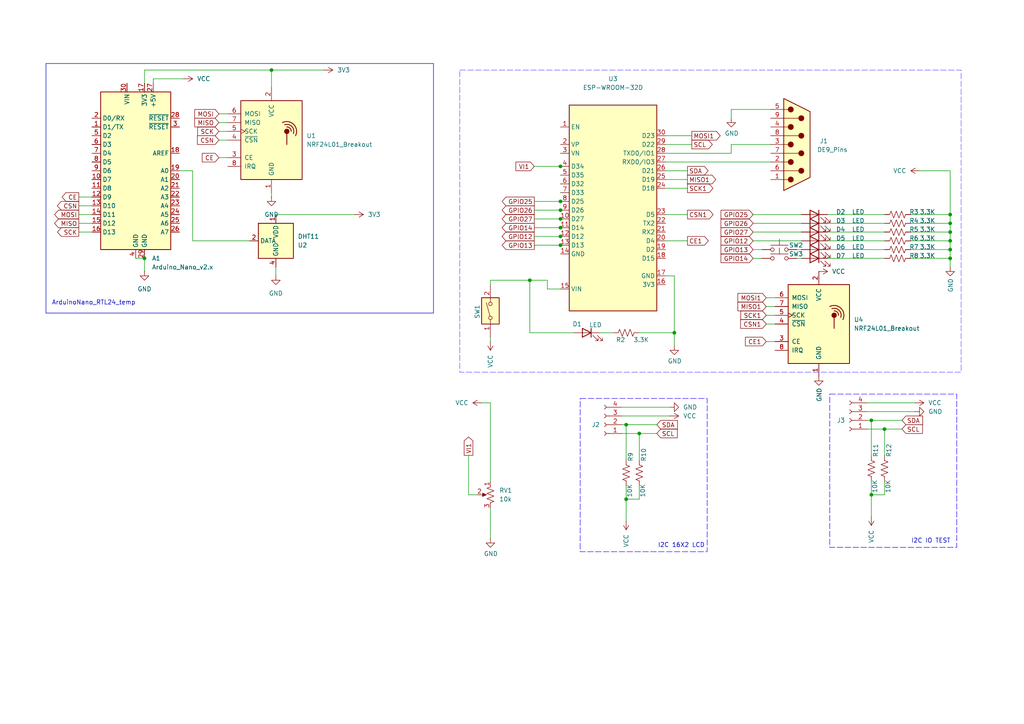
<source format=kicad_sch>
(kicad_sch (version 20250114) (generator "eeschema") (generator_version "9.0")
  (paper "A4")
  (lib_symbols
    (symbol "Add_new:ESP-WROOM-32D"
      (property "Reference" "U3" (at 0 3.81 0))
      (property "Value" "ESP-WROOM-32D" (at 0 1.27 0))
      (property "Footprint" "Add_New:ESP-WROOM-32D" (at 0 -1.27 0))
      (symbol "ESP-WROOM-32D_1_1"
        (rectangle (start -12.7 -3.81) (end 12.7 -63.5) (stroke (width 0.254)) (fill (type background)))
        (pin power_in line (at -15.24 -10.16 0) (length 2.54) (name "EN") (number "1"))
        (pin input line (at -15.24 -15.24 0) (length 2.54) (name "VP") (number "2"))
        (pin input line (at -15.24 -17.78 0) (length 2.54) (name "VN") (number "3"))
        (pin input line (at -15.24 -21.59 0) (length 2.54) (name "D34") (number "4"))
        (pin input line (at -15.24 -24.13 0) (length 2.54) (name "D35") (number "5"))
        (pin input line (at -15.24 -26.67 0) (length 2.54) (name "D32") (number "6"))
        (pin input line (at -15.24 -29.21 0) (length 2.54) (name "D33") (number "7"))
        (pin bidirectional line (at -15.24 -31.75 0) (length 2.54) (name "D25") (number "8"))
        (pin bidirectional line (at -15.24 -34.29 0) (length 2.54) (name "D26") (number "9"))
        (pin bidirectional line (at -15.24 -36.83 0) (length 2.54) (name "D27") (number "10"))
        (pin bidirectional line (at -15.24 -39.37 0) (length 2.54) (name "D14") (number "11"))
        (pin bidirectional line (at -15.24 -41.91 0) (length 2.54) (name "D12") (number "12"))
        (pin bidirectional line (at -15.24 -44.45 0) (length 2.54) (name "D13") (number "13"))
        (pin bidirectional line (at -15.24 -46.99 0) (length 2.54) (name "GND") (number "14"))
        (pin power_in line (at -15.24 -57.15 0) (length 2.54) (name "VIN") (number "15"))
        (pin bidirectional line (at 15.24 -12.7 180) (length 2.54) (name "D23") (number "30"))
        (pin bidirectional line (at 15.24 -15.24 180) (length 2.54) (name "D22") (number "29"))
        (pin bidirectional line (at 15.24 -17.78 180) (length 2.54) (name "TXD0/IO1") (number "28"))
        (pin bidirectional line (at 15.24 -20.32 180) (length 2.54) (name "RXD0/IO3") (number "27"))
        (pin bidirectional line (at 15.24 -22.86 180) (length 2.54) (name "D21") (number "26"))
        (pin bidirectional line (at 15.24 -25.4 180) (length 2.54) (name "D19") (number "25"))
        (pin bidirectional line (at 15.24 -27.94 180) (length 2.54) (name "D18") (number "24"))
        (pin bidirectional line (at 15.24 -35.56 180) (length 2.54) (name "D5") (number "23"))
        (pin bidirectional line (at 15.24 -38.1 180) (length 2.54) (name "TX2") (number "22"))
        (pin bidirectional line (at 15.24 -40.64 180) (length 2.54) (name "RX2") (number "21"))
        (pin bidirectional line (at 15.24 -43.18 180) (length 2.54) (name "D4") (number "20"))
        (pin bidirectional line (at 15.24 -45.72 180) (length 2.54) (name "D2") (number "19"))
        (pin bidirectional line (at 15.24 -48.26 180) (length 2.54) (name "D15") (number "18"))
        (pin power_in line (at 15.24 -53.34 180) (length 2.54) (name "GND") (number "17"))
        (pin power_in line (at 15.24 -55.88 180) (length 2.54) (name "3V3") (number "16"))
      )
    )
    (symbol "Connector:Conn_01x04_Socket" (pin_names (offset 1.016) (hide yes))
      (property "Reference" "J" (at 0 5.08 0))
      (property "Value" "Conn_01x04_Socket" (at 0 -7.62 0))
      (symbol "Conn_01x04_Socket_1_1"
        (polyline (pts (xy -1.27 2.54) (xy -0.508 2.54)) (stroke (width 0.1524)))
        (polyline (pts (xy -1.27 0) (xy -0.508 0)) (stroke (width 0.1524)))
        (polyline (pts (xy -1.27 -2.54) (xy -0.508 -2.54)) (stroke (width 0.1524)))
        (polyline (pts (xy -1.27 -5.08) (xy -0.508 -5.08)) (stroke (width 0.1524)))
        (arc (start 0 2.032) (mid -0.5058 2.54) (end 0 3.048) (stroke (width 0.1524)))
        (arc (start 0 -0.508) (mid -0.5058 0) (end 0 0.508) (stroke (width 0.1524)))
        (arc (start 0 -3.048) (mid -0.5058 -2.54) (end 0 -2.032) (stroke (width 0.1524)))
        (arc (start 0 -5.588) (mid -0.5058 -5.08) (end 0 -4.572) (stroke (width 0.1524)))
        (pin passive line (at -5.08 2.54 0) (length 3.81) (name "Pin_1") (number "1"))
        (pin passive line (at -5.08 0 0) (length 3.81) (name "Pin_2") (number "2"))
        (pin passive line (at -5.08 -2.54 0) (length 3.81) (name "Pin_3") (number "3"))
        (pin passive line (at -5.08 -5.08 0) (length 3.81) (name "Pin_4") (number "4"))
      )
    )
    (symbol "Connector:DE9_Pins" (pin_names (offset 1.016) (hide yes))
      (property "Reference" "J" (at 0 13.97 0))
      (property "Value" "DE9_Pins" (at 0 -14.605 0))
      (symbol "DE9_Pins_0_1"
        (polyline (pts (xy -3.81 10.16) (xy -2.54 10.16)))
        (polyline (pts (xy -3.81 7.62) (xy 0.508 7.62)))
        (polyline (pts (xy -3.81 5.08) (xy -2.54 5.08)))
        (polyline (pts (xy -3.81 2.54) (xy 0.508 2.54)))
        (polyline (pts (xy -3.81 0) (xy -2.54 0)))
        (polyline (pts (xy -3.81 -2.54) (xy 0.508 -2.54)))
        (polyline (pts (xy -3.81 -5.08) (xy -2.54 -5.08)))
        (polyline (pts (xy -3.81 -7.62) (xy 0.508 -7.62)))
        (polyline (pts (xy -3.81 -10.16) (xy -2.54 -10.16)))
        (polyline (pts (xy -3.81 -13.335) (xy -3.81 13.335) (xy 3.81 9.525) (xy 3.81 -9.525) (xy -3.81 -13.335)) (stroke (width 0.254)) (fill (type background)))
        (circle (center -1.778 10.16) (radius 0.762) (fill (type outline)))
        (circle (center -1.778 5.08) (radius 0.762) (fill (type outline)))
        (circle (center -1.778 0) (radius 0.762) (fill (type outline)))
        (circle (center -1.778 -5.08) (radius 0.762) (fill (type outline)))
        (circle (center -1.778 -10.16) (radius 0.762) (fill (type outline)))
        (circle (center 1.27 7.62) (radius 0.762) (fill (type outline)))
        (circle (center 1.27 2.54) (radius 0.762) (fill (type outline)))
        (circle (center 1.27 -2.54) (radius 0.762) (fill (type outline)))
        (circle (center 1.27 -7.62) (radius 0.762) (fill (type outline)))
      )
      (symbol "DE9_Pins_1_1"
        (pin passive line (at -7.62 10.16 0) (length 3.81) (name "5") (number "5"))
        (pin passive line (at -7.62 7.62 0) (length 3.81) (name "9") (number "9"))
        (pin passive line (at -7.62 5.08 0) (length 3.81) (name "4") (number "4"))
        (pin passive line (at -7.62 2.54 0) (length 3.81) (name "8") (number "8"))
        (pin passive line (at -7.62 0 0) (length 3.81) (name "3") (number "3"))
        (pin passive line (at -7.62 -2.54 0) (length 3.81) (name "7") (number "7"))
        (pin passive line (at -7.62 -5.08 0) (length 3.81) (name "2") (number "2"))
        (pin passive line (at -7.62 -7.62 0) (length 3.81) (name "6") (number "6"))
        (pin passive line (at -7.62 -10.16 0) (length 3.81) (name "1") (number "1"))
      )
    )
    (symbol "Device:LED" (pin_numbers (hide yes)) (pin_names (offset 1.016) (hide yes))
      (property "Reference" "D" (at 0 2.54 0))
      (property "Value" "LED" (at 0 -2.54 0))
      (symbol "LED_0_1"
        (polyline (pts (xy -3.048 -0.762) (xy -4.572 -2.286) (xy -3.81 -2.286) (xy -4.572 -2.286) (xy -4.572 -1.524)))
        (polyline (pts (xy -1.778 -0.762) (xy -3.302 -2.286) (xy -2.54 -2.286) (xy -3.302 -2.286) (xy -3.302 -1.524)))
        (polyline (pts (xy -1.27 0) (xy 1.27 0)))
        (polyline (pts (xy -1.27 -1.27) (xy -1.27 1.27)) (stroke (width 0.254)))
        (polyline (pts (xy 1.27 -1.27) (xy 1.27 1.27) (xy -1.27 0) (xy 1.27 -1.27)) (stroke (width 0.254)))
      )
      (symbol "LED_1_1"
        (pin passive line (at -3.81 0 0) (length 2.54) (name "K") (number "1"))
        (pin passive line (at 3.81 0 180) (length 2.54) (name "A") (number "2"))
      )
    )
    (symbol "Device:R_Potentiometer_US" (pin_names (offset 1.016) (hide yes))
      (property "Reference" "RV" (at -4.445 0 90))
      (property "Value" "R_Potentiometer_US" (at -2.54 0 90))
      (symbol "R_Potentiometer_US_0_1"
        (polyline (pts (xy 0 2.54) (xy 0 2.286)))
        (polyline (pts (xy 0 2.286) (xy 1.016 1.905) (xy 0 1.524) (xy -1.016 1.143) (xy 0 0.762)))
        (polyline (pts (xy 0 0.762) (xy 1.016 0.381) (xy 0 0) (xy -1.016 -0.381) (xy 0 -0.762)))
        (polyline (pts (xy 0 -0.762) (xy 1.016 -1.143) (xy 0 -1.524) (xy -1.016 -1.905) (xy 0 -2.286)))
        (polyline (pts (xy 0 -2.286) (xy 0 -2.54)))
        (polyline (pts (xy 1.143 0) (xy 2.286 0.508) (xy 2.286 -0.508) (xy 1.143 0)) (fill (type outline)))
        (polyline (pts (xy 2.54 0) (xy 1.524 0)))
      )
      (symbol "R_Potentiometer_US_1_1"
        (pin passive line (at 0 3.81 270) (length 1.27) (name "1") (number "1"))
        (pin passive line (at 0 -3.81 90) (length 1.27) (name "3") (number "3"))
        (pin passive line (at 3.81 0 180) (length 1.27) (name "2") (number "2"))
      )
    )
    (symbol "Device:R_US" (pin_numbers (hide yes)) (pin_names (offset 0))
      (property "Reference" "R" (at 2.54 0 90))
      (property "Value" "R_US" (at -2.54 0 90))
      (symbol "R_US_0_1"
        (polyline (pts (xy 0 2.286) (xy 0 2.54)))
        (polyline (pts (xy 0 2.286) (xy 1.016 1.905) (xy 0 1.524) (xy -1.016 1.143) (xy 0 0.762)))
        (polyline (pts (xy 0 0.762) (xy 1.016 0.381) (xy 0 0) (xy -1.016 -0.381) (xy 0 -0.762)))
        (polyline (pts (xy 0 -0.762) (xy 1.016 -1.143) (xy 0 -1.524) (xy -1.016 -1.905) (xy 0 -2.286)))
        (polyline (pts (xy 0 -2.286) (xy 0 -2.54)))
      )
      (symbol "R_US_1_1"
        (pin passive line (at 0 3.81 270) (length 1.27) (name "~") (number "1"))
        (pin passive line (at 0 -3.81 90) (length 1.27) (name "~") (number "2"))
      )
    )
    (symbol "MCU_Module:Arduino_Nano_v2.x"
      (property "Reference" "A" (at -10.16 23.495 0))
      (property "Value" "Arduino_Nano_v2.x" (at 5.08 -24.13 0))
      (symbol "Arduino_Nano_v2.x_0_1"
        (rectangle (start -10.16 22.86) (end 10.16 -22.86) (stroke (width 0.254)) (fill (type background)))
      )
      (symbol "Arduino_Nano_v2.x_1_1"
        (pin bidirectional line (at -12.7 15.24 0) (length 2.54) (name "D0/RX") (number "2"))
        (pin bidirectional line (at -12.7 12.7 0) (length 2.54) (name "D1/TX") (number "1"))
        (pin bidirectional line (at -12.7 10.16 0) (length 2.54) (name "D2") (number "5"))
        (pin bidirectional line (at -12.7 7.62 0) (length 2.54) (name "D3") (number "6"))
        (pin bidirectional line (at -12.7 5.08 0) (length 2.54) (name "D4") (number "7"))
        (pin bidirectional line (at -12.7 2.54 0) (length 2.54) (name "D5") (number "8"))
        (pin bidirectional line (at -12.7 0 0) (length 2.54) (name "D6") (number "9"))
        (pin bidirectional line (at -12.7 -2.54 0) (length 2.54) (name "D7") (number "10"))
        (pin bidirectional line (at -12.7 -5.08 0) (length 2.54) (name "D8") (number "11"))
        (pin bidirectional line (at -12.7 -7.62 0) (length 2.54) (name "D9") (number "12"))
        (pin bidirectional line (at -12.7 -10.16 0) (length 2.54) (name "D10") (number "13"))
        (pin bidirectional line (at -12.7 -12.7 0) (length 2.54) (name "D11") (number "14"))
        (pin bidirectional line (at -12.7 -15.24 0) (length 2.54) (name "D12") (number "15"))
        (pin bidirectional line (at -12.7 -17.78 0) (length 2.54) (name "D13") (number "16"))
        (pin power_in line (at -2.54 25.4 270) (length 2.54) (name "VIN") (number "30"))
        (pin power_in line (at 0 -25.4 90) (length 2.54) (name "GND") (number "4"))
        (pin power_out line (at 2.54 25.4 270) (length 2.54) (name "3V3") (number "17"))
        (pin power_in line (at 2.54 -25.4 90) (length 2.54) (name "GND") (number "29"))
        (pin power_out line (at 5.08 25.4 270) (length 2.54) (name "+5V") (number "27"))
        (pin input line (at 12.7 15.24 180) (length 2.54) (name "~{RESET}") (number "28"))
        (pin input line (at 12.7 12.7 180) (length 2.54) (name "~{RESET}") (number "3"))
        (pin input line (at 12.7 5.08 180) (length 2.54) (name "AREF") (number "18"))
        (pin bidirectional line (at 12.7 0 180) (length 2.54) (name "A0") (number "19"))
        (pin bidirectional line (at 12.7 -2.54 180) (length 2.54) (name "A1") (number "20"))
        (pin bidirectional line (at 12.7 -5.08 180) (length 2.54) (name "A2") (number "21"))
        (pin bidirectional line (at 12.7 -7.62 180) (length 2.54) (name "A3") (number "22"))
        (pin bidirectional line (at 12.7 -10.16 180) (length 2.54) (name "A4") (number "23"))
        (pin bidirectional line (at 12.7 -12.7 180) (length 2.54) (name "A5") (number "24"))
        (pin bidirectional line (at 12.7 -15.24 180) (length 2.54) (name "A6") (number "25"))
        (pin bidirectional line (at 12.7 -17.78 180) (length 2.54) (name "A7") (number "26"))
      )
    )
    (symbol "RF:NRF24L01_Breakout" (pin_names (offset 1.016))
      (property "Reference" "U" (at -8.89 12.7 0))
      (property "Value" "NRF24L01_Breakout" (at 3.81 12.7 0))
      (symbol "NRF24L01_Breakout_0_1"
        (rectangle (start -8.89 11.43) (end 8.89 -11.43) (stroke (width 0.254)) (fill (type background)))
        (arc (start 3.175 5.08) (mid 6.453 4.548) (end 6.985 1.27) (stroke (width 0.254)))
        (circle (center 4.445 2.54) (radius 0.635) (stroke (width 0.254)) (fill (type outline)))
        (polyline (pts (xy 4.445 1.905) (xy 4.445 -1.27)) (stroke (width 0.254)))
        (arc (start 3.81 4.445) (mid 5.8835 3.9785) (end 6.35 1.905) (stroke (width 0.254)))
        (arc (start 4.445 3.81) (mid 5.3558 3.4508) (end 5.715 2.54) (stroke (width 0.254)))
      )
      (symbol "NRF24L01_Breakout_1_1"
        (pin input line (at -12.7 7.62 0) (length 3.81) (name "MOSI") (number "6"))
        (pin output line (at -12.7 5.08 0) (length 3.81) (name "MISO") (number "7"))
        (pin input clock (at -12.7 2.54 0) (length 3.81) (name "SCK") (number "5"))
        (pin input line (at -12.7 0 0) (length 3.81) (name "~{CSN}") (number "4"))
        (pin input line (at -12.7 -5.08 0) (length 3.81) (name "CE") (number "3"))
        (pin output line (at -12.7 -7.62 0) (length 3.81) (name "IRQ") (number "8"))
        (pin power_in line (at 0 15.24 270) (length 3.81) (name "VCC") (number "2"))
        (pin power_in line (at 0 -15.24 90) (length 3.81) (name "GND") (number "1"))
      )
    )
    (symbol "Sensor:DHT11"
      (property "Reference" "U" (at -3.81 6.35 0))
      (property "Value" "DHT11" (at 3.81 6.35 0))
      (symbol "DHT11_0_1"
        (rectangle (start -5.08 5.08) (end 5.08 -5.08) (stroke (width 0.254)) (fill (type background)))
      )
      (symbol "DHT11_1_1"
        (pin no_connect line (at -5.08 0 0) (length 2.54) (hide yes) (name "NC") (number "3"))
        (pin power_in line (at 0 7.62 270) (length 2.54) (name "VDD") (number "1"))
        (pin power_in line (at 0 -7.62 90) (length 2.54) (name "GND") (number "4"))
        (pin bidirectional line (at 7.62 0 180) (length 2.54) (name "DATA") (number "2"))
      )
    )
    (symbol "Switch:SW_DIP_x01" (pin_names (offset 0) (hide yes))
      (property "Reference" "SW" (at 0 3.81 0))
      (property "Value" "SW_DIP_x01" (at 0 -3.81 0))
      (symbol "SW_DIP_x01_0_0"
        (circle (center -2.032 0) (radius 0.508))
        (polyline (pts (xy -1.524 0.127) (xy 2.3622 1.1684)))
        (circle (center 2.032 0) (radius 0.508))
      )
      (symbol "SW_DIP_x01_0_1"
        (rectangle (start -3.81 2.54) (end 3.81 -2.54) (stroke (width 0.254)) (fill (type background)))
      )
      (symbol "SW_DIP_x01_1_1"
        (pin passive line (at -7.62 0 0) (length 5.08) (name "~") (number "1"))
        (pin passive line (at 7.62 0 180) (length 5.08) (name "~") (number "2"))
      )
    )
    (symbol "Switch:SW_Push" (pin_numbers (hide yes)) (pin_names (offset 1.016) (hide yes))
      (property "Reference" "SW" (at 1.27 2.54 0))
      (property "Value" "SW_Push" (at 0 -1.524 0))
      (symbol "SW_Push_0_1"
        (circle (center -2.032 0) (radius 0.508))
        (polyline (pts (xy 0 1.27) (xy 0 3.048)))
        (circle (center 2.032 0) (radius 0.508))
        (polyline (pts (xy 2.54 1.27) (xy -2.54 1.27)))
        (pin passive line (at -5.08 0 0) (length 2.54) (name "1") (number "1"))
        (pin passive line (at 5.08 0 180) (length 2.54) (name "2") (number "2"))
      )
    )
    (symbol "power:GND" (power) (pin_numbers (hide yes)) (pin_names (offset 0) (hide yes))
      (property "Value" "GND" (at 0 -3.81 0))
      (symbol "GND_0_1"
        (polyline (pts (xy 0 0) (xy 0 -1.27) (xy 1.27 -1.27) (xy 0 -2.54) (xy -1.27 -1.27) (xy 0 -1.27)))
      )
      (symbol "GND_1_1"
        (pin power_in line (at 0 0 270) (length 0) (name "~") (number "1"))
      )
    )
    (symbol "power:VCC" (power) (pin_numbers (hide yes)) (pin_names (offset 0) (hide yes))
      (property "Value" "VCC" (at 0 3.556 0))
      (symbol "VCC_0_1"
        (polyline (pts (xy -0.762 1.27) (xy 0 2.54)))
        (polyline (pts (xy 0 2.54) (xy 0.762 1.27)))
        (polyline (pts (xy 0 0) (xy 0 2.54)))
      )
      (symbol "VCC_1_1"
        (pin power_in line (at 0 0 90) (length 0) (name "~") (number "1"))
      )
    )
  )
  (rectangle (start 240.665 114.3) (end 277.495 158.75) (stroke (width 0) (type dash) (color 50 9 255 1)))
  (rectangle (start 133.35 20.32) (end 278.765 107.95) (stroke (width 0) (type dash) (color 99 93 255 1)))
  (rectangle (start 168.275 115.57) (end 205.105 160.02) (stroke (width 0) (type dash) (color 50 9 255 1)))
  (rectangle (start 13.335 18.415) (end 125.73 90.805))
  (text "I2C IO TEST" (at 270.002 156.972 0) (effects (font (size 1.27 1.27))))
  (text "I2C 16X2 LCD" (at 197.612 158.242 0) (effects (font (size 1.27 1.27))))
  (text "ArduinoNano_RTL24_temp" (at 27.178 87.884 0) (effects (font (size 1.27 1.27))))
  (junction (at 185.42 125.73))
  (junction (at 256.54 124.46))
  (junction (at 162.56 66.04))
  (junction (at 252.73 121.92))
  (junction (at 275.59 72.39))
  (junction (at 78.74 20.32))
  (junction (at 162.56 60.96))
  (junction (at 162.56 48.26))
  (junction (at 275.59 74.93))
  (junction (at 162.56 63.5))
  (junction (at 181.61 144.78))
  (junction (at 181.61 123.19))
  (junction (at 195.58 96.52))
  (junction (at 252.73 143.51))
  (junction (at 153.67 81.28))
  (junction (at 275.59 67.31))
  (junction (at 275.59 62.23))
  (junction (at 162.56 71.12))
  (junction (at 41.91 74.93))
  (junction (at 162.56 68.58))
  (junction (at 162.56 58.42))
  (junction (at 275.59 64.77))
  (junction (at 275.59 69.85))
  (wire (pts (xy 162.56 68.58) (xy 162.5849 68.58)))
  (wire (pts (xy 162.5849 63.5) (xy 162.56 63.5)))
  (wire (pts (xy 275.59 62.23) (xy 275.59 64.77)))
  (wire (pts (xy 53.34 22.86) (xy 44.45 22.86)))
  (wire (pts (xy 22.86 59.69) (xy 26.67 59.69)))
  (wire (pts (xy 158.75 83.82) (xy 162.56 83.82)))
  (wire (pts (xy 252.73 121.92) (xy 261.62 121.92)))
  (wire (pts (xy 181.61 144.78) (xy 181.61 151.13)))
  (wire (pts (xy 138.43 143.51) (xy 135.89 143.51)))
  (wire (pts (xy 185.42 140.97) (xy 185.42 144.78)))
  (wire (pts (xy 275.59 49.53) (xy 266.7 49.53)))
  (wire (pts (xy 218.44 62.23) (xy 232.41 62.23)))
  (wire (pts (xy 52.07 49.53) (xy 55.88 49.53)))
  (wire (pts (xy 275.59 74.93) (xy 275.59 77.47)))
  (wire (pts (xy 222.25 99.06) (xy 224.79 99.06)))
  (wire (pts (xy 193.04 52.07) (xy 199.39 52.07)))
  (wire (pts (xy 275.59 72.39) (xy 275.59 74.93)))
  (wire (pts (xy 153.67 81.28) (xy 158.75 81.28)))
  (wire (pts (xy 181.61 123.19) (xy 190.5 123.19)))
  (wire (pts (xy 55.88 69.85) (xy 72.39 69.85)))
  (wire (pts (xy 222.25 93.98) (xy 224.79 93.98)))
  (wire (pts (xy 193.04 44.45) (xy 212.09 44.45)))
  (wire (pts (xy 166.37 96.52) (xy 153.67 96.52)))
  (wire (pts (xy 240.03 64.77) (xy 256.54 64.77)))
  (wire (pts (xy 180.34 125.73) (xy 185.42 125.73)))
  (wire (pts (xy 212.09 41.91) (xy 223.52 41.91)))
  (wire (pts (xy 142.24 82.55) (xy 142.24 81.28)))
  (wire (pts (xy 162.5849 58.42) (xy 162.56 58.42)))
  (wire (pts (xy 193.04 69.85) (xy 199.39 69.85)))
  (wire (pts (xy 256.54 124.46) (xy 261.62 124.46)))
  (wire (pts (xy 55.88 49.53) (xy 55.88 69.85)))
  (wire (pts (xy 240.03 72.39) (xy 256.54 72.39)))
  (wire (pts (xy 195.58 80.01) (xy 195.58 96.52)))
  (wire (pts (xy 162.5849 55.88) (xy 162.56 55.88)))
  (wire (pts (xy 142.24 116.84) (xy 139.7 116.84)))
  (wire (pts (xy 193.04 54.61) (xy 199.39 54.61)))
  (wire (pts (xy 22.86 57.15) (xy 26.67 57.15)))
  (wire (pts (xy 240.03 62.23) (xy 256.54 62.23)))
  (wire (pts (xy 256.54 124.46) (xy 256.54 132.08)))
  (wire (pts (xy 162.5849 53.34) (xy 162.56 53.34)))
  (wire (pts (xy 240.03 69.85) (xy 256.54 69.85)))
  (wire (pts (xy 218.44 64.77) (xy 232.41 64.77)))
  (wire (pts (xy 218.44 72.39) (xy 220.98 72.39)))
  (wire (pts (xy 185.42 96.52) (xy 195.58 96.52)))
  (wire (pts (xy 240.03 67.31) (xy 256.54 67.31)))
  (wire (pts (xy 135.89 143.51) (xy 135.89 132.08)))
  (wire (pts (xy 264.16 67.31) (xy 275.59 67.31)))
  (wire (pts (xy 212.09 31.75) (xy 212.09 34.29)))
  (wire (pts (xy 162.56 60.96) (xy 162.5849 60.96)))
  (wire (pts (xy 41.91 24.13) (xy 41.91 20.32)))
  (wire (pts (xy 142.24 99.06) (xy 142.24 97.79)))
  (wire (pts (xy 63.5 35.56) (xy 66.04 35.56)))
  (wire (pts (xy 251.46 124.46) (xy 256.54 124.46)))
  (wire (pts (xy 158.75 81.28) (xy 158.75 83.82)))
  (wire (pts (xy 154.9649 60.96) (xy 162.56 60.96)))
  (wire (pts (xy 264.16 72.39) (xy 275.59 72.39)))
  (wire (pts (xy 193.04 62.23) (xy 199.39 62.23)))
  (wire (pts (xy 251.46 121.92) (xy 252.73 121.92)))
  (wire (pts (xy 41.91 20.32) (xy 78.74 20.32)))
  (wire (pts (xy 173.99 96.52) (xy 177.8 96.52)))
  (wire (pts (xy 185.42 125.73) (xy 190.5 125.73)))
  (wire (pts (xy 275.59 49.53) (xy 275.59 62.23)))
  (wire (pts (xy 264.16 62.23) (xy 275.59 62.23)))
  (wire (pts (xy 180.34 118.11) (xy 194.31 118.11)))
  (wire (pts (xy 63.5 38.1) (xy 66.04 38.1)))
  (wire (pts (xy 180.34 123.19) (xy 181.61 123.19)))
  (wire (pts (xy 264.16 74.93) (xy 275.59 74.93)))
  (wire (pts (xy 63.5 40.64) (xy 66.04 40.64)))
  (wire (pts (xy 162.56 66.04) (xy 162.5849 66.04)))
  (wire (pts (xy 22.86 62.23) (xy 26.67 62.23)))
  (wire (pts (xy 153.67 96.52) (xy 153.67 81.28)))
  (wire (pts (xy 195.58 96.52) (xy 195.58 100.33)))
  (wire (pts (xy 275.59 64.77) (xy 275.59 67.31)))
  (wire (pts (xy 78.74 55.88) (xy 78.74 57.15)))
  (wire (pts (xy 275.59 69.85) (xy 275.59 72.39)))
  (wire (pts (xy 78.74 20.32) (xy 78.74 25.4)))
  (wire (pts (xy 218.44 67.31) (xy 232.41 67.31)))
  (wire (pts (xy 222.25 86.36) (xy 224.79 86.36)))
  (wire (pts (xy 251.46 119.38) (xy 265.43 119.38)))
  (wire (pts (xy 256.54 139.7) (xy 256.54 143.51)))
  (wire (pts (xy 275.59 67.31) (xy 275.59 69.85)))
  (wire (pts (xy 41.91 74.93) (xy 41.91 78.74)))
  (wire (pts (xy 22.86 67.31) (xy 26.67 67.31)))
  (wire (pts (xy 193.04 49.53) (xy 199.39 49.53)))
  (wire (pts (xy 193.04 41.91) (xy 200.66 41.91)))
  (wire (pts (xy 193.04 46.99) (xy 223.52 46.99)))
  (wire (pts (xy 162.5849 50.8) (xy 162.56 50.8)))
  (wire (pts (xy 193.04 39.37) (xy 200.66 39.37)))
  (wire (pts (xy 162.5849 48.26) (xy 162.56 48.26)))
  (wire (pts (xy 142.24 116.84) (xy 142.24 139.7)))
  (wire (pts (xy 180.34 120.65) (xy 194.31 120.65)))
  (wire (pts (xy 218.44 69.85) (xy 232.41 69.85)))
  (wire (pts (xy 193.04 80.01) (xy 195.58 80.01)))
  (wire (pts (xy 39.37 74.93) (xy 41.91 74.93)))
  (wire (pts (xy 212.09 41.91) (xy 212.09 44.45)))
  (wire (pts (xy 231.14 74.93) (xy 232.41 74.93)))
  (wire (pts (xy 212.09 31.75) (xy 223.52 31.75)))
  (wire (pts (xy 22.86 64.77) (xy 26.67 64.77)))
  (wire (pts (xy 218.44 74.93) (xy 220.98 74.93)))
  (wire (pts (xy 181.61 140.97) (xy 181.61 144.78)))
  (wire (pts (xy 154.9649 71.12) (xy 162.56 71.12)))
  (wire (pts (xy 78.74 20.32) (xy 93.98 20.32)))
  (wire (pts (xy 63.5 45.72) (xy 66.04 45.72)))
  (wire (pts (xy 240.03 74.93) (xy 256.54 74.93)))
  (wire (pts (xy 80.01 62.23) (xy 102.87 62.23)))
  (wire (pts (xy 264.16 69.85) (xy 275.59 69.85)))
  (wire (pts (xy 154.9649 66.04) (xy 162.56 66.04)))
  (wire (pts (xy 80.01 77.47) (xy 80.01 80.01)))
  (wire (pts (xy 162.56 48.26) (xy 154.9649 48.26)))
  (wire (pts (xy 256.54 143.51) (xy 252.73 143.51)))
  (wire (pts (xy 162.56 58.42) (xy 154.9649 58.42)))
  (wire (pts (xy 252.73 121.92) (xy 252.73 132.08)))
  (wire (pts (xy 222.25 91.44) (xy 224.79 91.44)))
  (wire (pts (xy 264.16 64.77) (xy 275.59 64.77)))
  (wire (pts (xy 252.73 139.7) (xy 252.73 143.51)))
  (wire (pts (xy 251.46 116.84) (xy 265.43 116.84)))
  (wire (pts (xy 142.24 81.28) (xy 153.67 81.28)))
  (wire (pts (xy 185.42 125.73) (xy 185.42 133.35)))
  (wire (pts (xy 222.25 88.9) (xy 224.79 88.9)))
  (wire (pts (xy 181.61 123.19) (xy 181.61 133.35)))
  (wire (pts (xy 252.73 143.51) (xy 252.73 149.86)))
  (wire (pts (xy 231.14 72.39) (xy 232.41 72.39)))
  (wire (pts (xy 185.42 144.78) (xy 181.61 144.78)))
  (wire (pts (xy 154.94 68.58) (xy 162.56 68.58)))
  (wire (pts (xy 44.45 22.86) (xy 44.45 24.13)))
  (wire (pts (xy 63.5 33.02) (xy 66.04 33.02)))
  (wire (pts (xy 162.56 71.12) (xy 162.5849 71.12)))
  (wire (pts (xy 162.56 63.5) (xy 154.9649 63.5)))
  (wire (pts (xy 142.24 147.32) (xy 142.24 156.21)))
  (global_label "MOSI" (shape input) (at 63.5 33.02 180) (property "Intersheetrefs" "${INTERSHEET_REFS}" (effects (hide yes))))
  (global_label "GPIO12" (shape input) (at 218.44 69.85 180) (property "Intersheetrefs" "${INTERSHEET_REFS}" (effects (hide yes))))
  (global_label "VI1" (shape output) (at 135.89 132.08 90) (property "Intersheetrefs" "${INTERSHEET_REFS}" (effects (hide yes))))
  (global_label "MISO" (shape input) (at 63.5 35.56 180) (property "Intersheetrefs" "${INTERSHEET_REFS}" (effects (hide yes))))
  (global_label "SCL" (shape output) (at 200.66 41.91 0) (property "Intersheetrefs" "${INTERSHEET_REFS}" (effects (hide yes))))
  (global_label "GPIO25" (shape output) (at 154.9649 58.42 180) (property "Intersheetrefs" "${INTERSHEET_REFS}" (effects (hide yes))))
  (global_label "GPIO14" (shape output) (at 154.9649 66.04 180) (property "Intersheetrefs" "${INTERSHEET_REFS}" (effects (hide yes))))
  (global_label "CSN1" (shape output) (at 199.39 62.23 0) (property "Intersheetrefs" "${INTERSHEET_REFS}" (effects (hide yes))))
  (global_label "SCK" (shape input) (at 63.5 38.1 180) (property "Intersheetrefs" "${INTERSHEET_REFS}" (effects (hide yes))))
  (global_label "CE" (shape input) (at 63.5 45.72 180) (property "Intersheetrefs" "${INTERSHEET_REFS}" (effects (hide yes))))
  (global_label "GPIO27" (shape output) (at 154.9649 63.5 180) (property "Intersheetrefs" "${INTERSHEET_REFS}" (effects (hide yes))))
  (global_label "SCK1" (shape output) (at 199.39 54.61 0) (property "Intersheetrefs" "${INTERSHEET_REFS}" (effects (hide yes))))
  (global_label "MOSI" (shape output) (at 22.86 62.23 180) (property "Intersheetrefs" "${INTERSHEET_REFS}" (effects (hide yes))))
  (global_label "SCL" (shape input) (at 190.5 125.73 0) (property "Intersheetrefs" "${INTERSHEET_REFS}" (effects (hide yes))))
  (global_label "MISO1" (shape output) (at 199.39 52.07 0) (property "Intersheetrefs" "${INTERSHEET_REFS}" (effects (hide yes))))
  (global_label "CSN" (shape input) (at 63.5 40.64 180) (property "Intersheetrefs" "${INTERSHEET_REFS}" (effects (hide yes))))
  (global_label "CSN" (shape output) (at 22.86 59.69 180) (property "Intersheetrefs" "${INTERSHEET_REFS}" (effects (hide yes))))
  (global_label "GPIO14" (shape input) (at 218.44 74.93 180) (property "Intersheetrefs" "${INTERSHEET_REFS}" (effects (hide yes))))
  (global_label "CE" (shape output) (at 22.86 57.15 180) (property "Intersheetrefs" "${INTERSHEET_REFS}" (effects (hide yes))))
  (global_label "SCL" (shape input) (at 261.62 124.46 0) (property "Intersheetrefs" "${INTERSHEET_REFS}" (effects (hide yes))))
  (global_label "MOSI1" (shape output) (at 200.66 39.37 0) (property "Intersheetrefs" "${INTERSHEET_REFS}" (effects (hide yes))))
  (global_label "GPIO25" (shape input) (at 218.44 62.23 180) (property "Intersheetrefs" "${INTERSHEET_REFS}" (effects (hide yes))))
  (global_label "SDA" (shape output) (at 199.39 49.53 0) (property "Intersheetrefs" "${INTERSHEET_REFS}" (effects (hide yes))))
  (global_label "SDA" (shape input) (at 190.5 123.19 0) (property "Intersheetrefs" "${INTERSHEET_REFS}" (effects (hide yes))))
  (global_label "GPIO12" (shape output) (at 154.94 68.58 180) (property "Intersheetrefs" "${INTERSHEET_REFS}" (effects (hide yes))))
  (global_label "CE1" (shape input) (at 222.25 99.06 180) (property "Intersheetrefs" "${INTERSHEET_REFS}" (effects (hide yes))))
  (global_label "MOSI1" (shape input) (at 222.25 86.36 180) (property "Intersheetrefs" "${INTERSHEET_REFS}" (effects (hide yes))))
  (global_label "SCK" (shape output) (at 22.86 67.31 180) (property "Intersheetrefs" "${INTERSHEET_REFS}" (effects (hide yes))))
  (global_label "VI1" (shape input) (at 154.9649 48.26 180) (property "Intersheetrefs" "${INTERSHEET_REFS}" (effects (hide yes))))
  (global_label "GPIO26" (shape input) (at 218.44 64.77 180) (property "Intersheetrefs" "${INTERSHEET_REFS}" (effects (hide yes))))
  (global_label "MISO" (shape output) (at 22.86 64.77 180) (property "Intersheetrefs" "${INTERSHEET_REFS}" (effects (hide yes))))
  (global_label "SDA" (shape input) (at 261.62 121.92 0) (property "Intersheetrefs" "${INTERSHEET_REFS}" (effects (hide yes))))
  (global_label "CSN1" (shape input) (at 222.25 93.98 180) (property "Intersheetrefs" "${INTERSHEET_REFS}" (effects (hide yes))))
  (global_label "GPIO13" (shape output) (at 154.9649 71.12 180) (property "Intersheetrefs" "${INTERSHEET_REFS}" (effects (hide yes))))
  (global_label "CE1" (shape output) (at 199.39 69.85 0) (property "Intersheetrefs" "${INTERSHEET_REFS}" (effects (hide yes))))
  (global_label "GPIO13" (shape input) (at 218.44 72.39 180) (property "Intersheetrefs" "${INTERSHEET_REFS}" (effects (hide yes))))
  (global_label "SCK1" (shape input) (at 222.25 91.44 180) (property "Intersheetrefs" "${INTERSHEET_REFS}" (effects (hide yes))))
  (global_label "GPIO26" (shape output) (at 154.9649 60.96 180) (property "Intersheetrefs" "${INTERSHEET_REFS}" (effects (hide yes))))
  (global_label "MISO1" (shape input) (at 222.25 88.9 180) (property "Intersheetrefs" "${INTERSHEET_REFS}" (effects (hide yes))))
  (global_label "GPIO27" (shape input) (at 218.44 67.31 180) (property "Intersheetrefs" "${INTERSHEET_REFS}" (effects (hide yes))))
  (symbol (lib_id "power:VCC") (at 266.7 49.53 90) (mirror x) (unit 1)
    (property "Reference" "#PWR033" (effects (hide yes)))
    (property "Value" "VCC" (at 262.89 49.53 90) (effects (justify left)))
  )
  (symbol (lib_id "power:GND") (at 275.59 77.47 0) (unit 1)
    (property "Reference" "#PWR034" (effects (hide yes)))
    (property "Value" "GND" (at 275.717 80.7212 90) (effects (justify right)))
  )
  (symbol (lib_id "Switch:SW_Push") (at 226.06 74.93 0) (unit 1)
    (property "Reference" "SW3" (at 230.886 73.66 0))
    (property "Value" "SW_Push" (effects (hide yes)))
    (property "Footprint" "Button_Switch_THT:SW_DIP_SPSTx01_Slide_6.7x4.1mm_W7.62mm_P2.54mm_LowProfile" (effects (hide yes)))
    (property "Description" "Push button switch, generic, two pins" (effects (hide yes)))
  )
  (symbol (lib_id "Device:LED") (at 236.22 74.93 0) (mirror y) (unit 1)
    (property "Reference" "D7" (at 243.84 74.168 0))
    (property "Value" "LED" (at 248.92 74.168 0))
    (property "Footprint" "LED_THT:LED_D3.0mm_Horizontal_O1.27mm_Z2.0mm" (effects (hide yes)))
    (property "Description" "Light emitting diode" (effects (hide yes)))
    (property "Sim.Pins" "1=K 2=A" (effects (hide yes)))
  )
  (symbol (lib_id "Device:R_US") (at 185.42 137.16 0) (unit 1)
    (property "Reference" "R10" (at 186.69 133.858 90) (effects (justify left)))
    (property "Value" "10K" (at 186.436 144.272 90) (effects (justify left)))
    (property "Footprint" "Resistor_THT:R_Axial_DIN0204_L3.6mm_D1.6mm_P5.08mm_Horizontal" (effects (hide yes)))
    (property "Description" "Resistor, US symbol" (effects (hide yes)))
  )
  (symbol (lib_id "power:GND") (at 78.74 57.15 0) (unit 1)
    (property "Reference" "#PWR03" (effects (hide yes)))
    (property "Value" "GND" (at 78.74 62.23 0))
    (property "Description" "Power symbol creates a global label with name \"GND\" , ground" (effects (hide yes)))
  )
  (symbol (lib_id "Device:LED") (at 170.18 96.52 0) (mirror y) (unit 1)
    (property "Reference" "D1" (at 167.386 93.98 0))
    (property "Value" "LED" (at 172.72 94.234 0))
    (property "Footprint" "LED_THT:LED_D3.0mm_Horizontal_O1.27mm_Z2.0mm" (effects (hide yes)))
    (property "Description" "Light emitting diode" (effects (hide yes)))
    (property "Sim.Pins" "1=K 2=A" (effects (hide yes)))
  )
  (symbol (lib_id "Connector:Conn_01x04_Socket") (at 175.26 123.19 180) (unit 1)
    (property "Reference" "J2" (at 173.99 123.1901 0) (effects (justify left)))
    (property "Value" "Conn_01x04_Socket" (effects (hide yes)))
    (property "Footprint" "Connector_Samtec_HPM_THT:Samtec_HPM-04-01-x-S_Straight_1x04_Pitch5.08mm" (effects (hide yes)))
    (property "Description" "Generic connector, single row, 01x04, script generated" (effects (hide yes)))
  )
  (symbol (lib_id "Device:R_US") (at 256.54 135.89 0) (unit 1)
    (property "Reference" "R12" (at 257.81 132.588 90) (effects (justify left)))
    (property "Value" "10K" (at 257.556 143.002 90) (effects (justify left)))
    (property "Footprint" "Resistor_THT:R_Axial_DIN0204_L3.6mm_D1.6mm_P5.08mm_Horizontal" (effects (hide yes)))
    (property "Description" "Resistor, US symbol" (effects (hide yes)))
  )
  (symbol (lib_id "Device:R_US") (at 252.73 135.89 0) (unit 1)
    (property "Reference" "R11" (at 254 132.588 90) (effects (justify left)))
    (property "Value" "10K" (at 253.746 143.002 90) (effects (justify left)))
    (property "Footprint" "Resistor_THT:R_Axial_DIN0204_L3.6mm_D1.6mm_P5.08mm_Horizontal" (effects (hide yes)))
    (property "Description" "Resistor, US symbol" (effects (hide yes)))
  )
  (symbol (lib_id "power:VCC") (at 102.87 62.23 270) (unit 1)
    (property "Reference" "#PWR06" (effects (hide yes)))
    (property "Value" "3V3" (at 106.68 62.2299 90) (effects (justify left)))
    (property "Description" "Power symbol creates a global label with name \"VCC\"" (effects (hide yes)))
  )
  (symbol (lib_id "power:VCC") (at 194.31 120.65 270) (unit 1)
    (property "Reference" "#PWR027" (effects (hide yes)))
    (property "Value" "VCC" (at 198.12 120.65 90) (effects (justify left)))
  )
  (symbol (lib_id "MCU_Module:Arduino_Nano_v2.x") (at 39.37 49.53 0) (unit 1)
    (property "Reference" "A1" (at 44.0533 74.93 0) (effects (justify left)))
    (property "Value" "Arduino_Nano_v2.x" (at 44.0533 77.47 0) (effects (justify left)))
    (property "Footprint" "Module:Arduino_Nano" (effects (hide yes)))
    (property "Datasheet" "https://www.arduino.cc/en/uploads/Main/ArduinoNanoManual23.pdf" (effects (hide yes)))
    (property "Description" "Arduino Nano v2.x" (effects (hide yes)))
  )
  (symbol (lib_id "Connector:Conn_01x04_Socket") (at 246.38 121.92 180) (unit 1)
    (property "Reference" "J3" (at 245.11 121.9201 0) (effects (justify left)))
    (property "Value" "Conn_01x04_Socket" (effects (hide yes)))
    (property "Footprint" "Connector_Samtec_HPM_THT:Samtec_HPM-04-01-x-S_Straight_1x04_Pitch5.08mm" (effects (hide yes)))
    (property "Description" "Generic connector, single row, 01x04, script generated" (effects (hide yes)))
  )
  (symbol (lib_id "power:VCC") (at 139.7 116.84 90) (mirror x) (unit 1)
    (property "Reference" "#PWR07" (effects (hide yes)))
    (property "Value" "VCC" (at 135.89 116.84 90) (effects (justify left)))
  )
  (symbol (lib_id "Device:R_US") (at 260.35 74.93 90) (unit 1)
    (property "Reference" "R8" (at 266.446 74.168 90) (effects (justify left)))
    (property "Value" "3.3K" (at 271.272 74.168 90) (effects (justify left)))
    (property "Footprint" "Resistor_THT:R_Axial_DIN0204_L3.6mm_D1.6mm_P5.08mm_Horizontal" (effects (hide yes)))
  )
  (symbol (lib_id "Switch:SW_DIP_x01") (at 142.24 90.17 90) (unit 1)
    (property "Reference" "SW1" (at 138.43 92.456 0) (effects (justify left)))
    (property "Value" "SW_DIP_x01" (effects (hide yes)))
    (property "Footprint" "Button_Switch_THT:SW_DIP_SPSTx01_Slide_9.78x4.72mm_W7.62mm_P2.54mm" (effects (hide yes)))
    (property "Description" "1x DIP Switch, Single Pole Single Throw (SPST) switch, small symbol" (effects (hide yes)))
  )
  (symbol (lib_id "power:GND") (at 142.24 156.21 0) (unit 1)
    (property "Reference" "#PWR037" (effects (hide yes)))
    (property "Value" "GND" (at 142.367 160.6042 0))
  )
  (symbol (lib_id "Device:R_US") (at 260.35 67.31 90) (unit 1)
    (property "Reference" "R5" (at 266.446 66.548 90) (effects (justify left)))
    (property "Value" "3.3K" (at 271.272 66.548 90) (effects (justify left)))
    (property "Footprint" "Resistor_THT:R_Axial_DIN0204_L3.6mm_D1.6mm_P5.08mm_Horizontal" (effects (hide yes)))
  )
  (symbol (lib_id "power:VCC") (at 93.98 20.32 270) (unit 1)
    (property "Reference" "#PWR05" (effects (hide yes)))
    (property "Value" "3V3" (at 97.79 20.3199 90) (effects (justify left)))
    (property "Description" "Power symbol creates a global label with name \"VCC\"" (effects (hide yes)))
  )
  (symbol (lib_id "Device:LED") (at 236.22 62.23 0) (mirror y) (unit 1)
    (property "Reference" "D2" (at 243.84 61.468 0))
    (property "Value" "LED" (at 248.92 61.468 0))
    (property "Footprint" "LED_THT:LED_D3.0mm_Horizontal_O1.27mm_Z2.0mm" (effects (hide yes)))
    (property "Description" "Light emitting diode" (effects (hide yes)))
    (property "Sim.Pins" "1=K 2=A" (effects (hide yes)))
  )
  (symbol (lib_id "power:VCC") (at 265.43 116.84 270) (unit 1)
    (property "Reference" "#PWR031" (effects (hide yes)))
    (property "Value" "VCC" (at 269.24 116.84 90) (effects (justify left)))
  )
  (symbol (lib_id "Device:LED") (at 236.22 72.39 0) (mirror y) (unit 1)
    (property "Reference" "D6" (at 243.84 71.628 0))
    (property "Value" "LED" (at 248.92 71.628 0))
    (property "Footprint" "LED_THT:LED_D3.0mm_Horizontal_O1.27mm_Z2.0mm" (effects (hide yes)))
    (property "Description" "Light emitting diode" (effects (hide yes)))
    (property "Sim.Pins" "1=K 2=A" (effects (hide yes)))
  )
  (symbol (lib_id "Device:R_Potentiometer_US") (at 142.24 143.51 0) (mirror y) (unit 1)
    (property "Reference" "RV1" (at 144.78 142.2399 0) (effects (justify right)))
    (property "Value" "10k" (at 144.78 144.7799 0) (effects (justify right)))
    (property "Footprint" "Potentiometer_THT:Potentiometer_Alps_RK09Y11_Single_Horizontal" (effects (hide yes)))
    (property "Description" "Potentiometer, US symbol" (effects (hide yes)))
  )
  (symbol (lib_id "Device:R_US") (at 260.35 64.77 90) (unit 1)
    (property "Reference" "R4" (at 266.446 64.008 90) (effects (justify left)))
    (property "Value" "3.3K" (at 271.272 64.008 90) (effects (justify left)))
    (property "Footprint" "Resistor_THT:R_Axial_DIN0204_L3.6mm_D1.6mm_P5.08mm_Horizontal" (effects (hide yes)))
  )
  (symbol (lib_id "Device:R_US") (at 260.35 62.23 90) (unit 1)
    (property "Reference" "R3" (at 266.446 61.468 90) (effects (justify left)))
    (property "Value" "3.3K" (at 271.272 61.468 90) (effects (justify left)))
    (property "Footprint" "Resistor_THT:R_Axial_DIN0204_L3.6mm_D1.6mm_P5.08mm_Horizontal" (effects (hide yes)))
  )
  (symbol (lib_id "Connector:DE9_Pins") (at 231.14 41.91 0) (unit 1)
    (property "Reference" "J1" (at 237.744 40.894 0) (effects (justify left)))
    (property "Value" "DE9_Pins" (at 236.982 43.434 0) (effects (justify left)))
    (property "Footprint" "Connector_Dsub:DSUB-9_Pins_Vertical_P2.77x2.84mm_MountingHoles" (effects (hide yes)))
    (property "Description" "9-pin D-SUB connector, pins (male)" (effects (hide yes)))
  )
  (symbol (lib_id "power:GND") (at 195.58 100.33 0) (unit 1)
    (property "Reference" "#PWR028" (effects (hide yes)))
    (property "Value" "GND" (at 195.707 104.7242 0))
  )
  (symbol (lib_id "power:VCC") (at 181.61 151.13 180) (unit 1)
    (property "Reference" "#PWR025" (effects (hide yes)))
    (property "Value" "VCC" (at 181.61 154.94 90) (effects (justify left)))
  )
  (symbol (lib_id "power:VCC") (at 142.24 99.06 0) (mirror x) (unit 1)
    (property "Reference" "#PWR024" (effects (hide yes)))
    (property "Value" "VCC" (at 142.24 102.87 90) (effects (justify left)))
  )
  (symbol (lib_id "power:GND") (at 194.31 118.11 90) (unit 1)
    (property "Reference" "#PWR026" (effects (hide yes)))
    (property "Value" "GND" (at 198.12 118.1099 90) (effects (justify right)))
    (property "Description" "Power symbol creates a global label with name \"GND\" , ground" (effects (hide yes)))
  )
  (symbol (lib_id "Device:R_US") (at 181.61 96.52 90) (unit 1)
    (property "Reference" "R2" (at 181.356 98.552 90) (effects (justify left)))
    (property "Value" "3.3K" (at 188.214 98.552 90) (effects (justify left)))
    (property "Footprint" "Resistor_THT:R_Axial_DIN0204_L3.6mm_D1.6mm_P5.08mm_Horizontal" (effects (hide yes)))
  )
  (symbol (lib_id "RF:NRF24L01_Breakout") (at 237.49 93.98 0) (unit 1)
    (property "Reference" "U4" (at 247.65 92.7099 0) (effects (justify left)))
    (property "Value" "NRF24L01_Breakout" (at 247.65 95.2499 0) (effects (justify left)))
    (property "Footprint" "RF_Module:nRF24L01_Breakout" (effects (hide yes)))
    (property "Datasheet" "http://www.nordicsemi.com/eng/content/download/2730/34105/file/nRF24L01_Product_Specification_v2_0.pdf" (effects (hide yes)))
    (property "Description" "Ultra low power 2.4GHz RF Transceiver, Carrier PCB" (effects (hide yes)))
  )
  (symbol (lib_id "Device:LED") (at 236.22 69.85 0) (mirror y) (unit 1)
    (property "Reference" "D5" (at 243.84 69.088 0))
    (property "Value" "LED" (at 248.92 69.088 0))
    (property "Footprint" "LED_THT:LED_D3.0mm_Horizontal_O1.27mm_Z2.0mm" (effects (hide yes)))
    (property "Description" "Light emitting diode" (effects (hide yes)))
    (property "Sim.Pins" "1=K 2=A" (effects (hide yes)))
  )
  (symbol (lib_id "power:VCC") (at 252.73 149.86 180) (unit 1)
    (property "Reference" "#PWR030" (effects (hide yes)))
    (property "Value" "VCC" (at 252.73 153.67 90) (effects (justify left)))
  )
  (symbol (lib_id "power:GND") (at 237.49 109.22 0) (unit 1)
    (property "Reference" "#PWR035" (effects (hide yes)))
    (property "Value" "GND" (at 237.617 112.4712 90) (effects (justify right)))
  )
  (symbol (lib_id "RF:NRF24L01_Breakout") (at 78.74 40.64 0) (unit 1)
    (property "Reference" "U1" (at 88.9 39.3699 0) (effects (justify left)))
    (property "Value" "NRF24L01_Breakout" (at 88.9 41.9099 0) (effects (justify left)))
    (property "Footprint" "RF_Module:nRF24L01_Breakout" (effects (hide yes)))
    (property "Datasheet" "http://www.nordicsemi.com/eng/content/download/2730/34105/file/nRF24L01_Product_Specification_v2_0.pdf" (effects (hide yes)))
    (property "Description" "Ultra low power 2.4GHz RF Transceiver, Carrier PCB" (effects (hide yes)))
  )
  (symbol (lib_id "power:VCC") (at 237.49 78.74 270) (unit 1)
    (property "Reference" "#PWR036" (effects (hide yes)))
    (property "Value" "VCC" (at 241.3 78.74 90) (effects (justify left)))
  )
  (symbol (lib_id "Device:LED") (at 236.22 64.77 0) (mirror y) (unit 1)
    (property "Reference" "D3" (at 243.84 64.008 0))
    (property "Value" "LED" (at 248.92 64.008 0))
    (property "Footprint" "LED_THT:LED_D3.0mm_Horizontal_O1.27mm_Z2.0mm" (effects (hide yes)))
    (property "Description" "Light emitting diode" (effects (hide yes)))
    (property "Sim.Pins" "1=K 2=A" (effects (hide yes)))
  )
  (symbol (lib_id "Switch:SW_Push") (at 226.06 72.39 0) (unit 1)
    (property "Reference" "SW2" (at 230.886 71.12 0))
    (property "Value" "SW_Push" (effects (hide yes)))
    (property "Footprint" "Button_Switch_THT:SW_DIP_SPSTx01_Slide_6.7x4.1mm_W7.62mm_P2.54mm_LowProfile" (effects (hide yes)))
    (property "Description" "Push button switch, generic, two pins" (effects (hide yes)))
  )
  (symbol (lib_id "Device:LED") (at 236.22 67.31 0) (mirror y) (unit 1)
    (property "Reference" "D4" (at 243.84 66.548 0))
    (property "Value" "LED" (at 248.92 66.548 0))
    (property "Footprint" "LED_THT:LED_D3.0mm_Horizontal_O1.27mm_Z2.0mm" (effects (hide yes)))
    (property "Description" "Light emitting diode" (effects (hide yes)))
    (property "Sim.Pins" "1=K 2=A" (effects (hide yes)))
  )
  (symbol (lib_id "Sensor:DHT11") (at 80.01 69.85 0) (mirror y) (unit 1)
    (property "Reference" "U2" (at 86.36 71.1201 0) (effects (justify right)))
    (property "Value" "DHT11" (at 86.36 68.5801 0) (effects (justify right)))
    (property "Footprint" "Sensor:Aosong_DHT11_5.5x12.0_P2.54mm" (effects (hide yes)))
    (property "Datasheet" "http://akizukidenshi.com/download/ds/aosong/DHT11.pdf" (effects (hide yes)))
    (property "Description" "3.3V to 5.5V, temperature and humidity module, DHT11" (effects (hide yes)))
  )
  (symbol (lib_id "power:GND") (at 265.43 119.38 90) (unit 1)
    (property "Reference" "#PWR032" (effects (hide yes)))
    (property "Value" "GND" (at 269.24 119.3799 90) (effects (justify right)))
    (property "Description" "Power symbol creates a global label with name \"GND\" , ground" (effects (hide yes)))
  )
  (symbol (lib_id "power:GND") (at 80.01 80.01 0) (unit 1)
    (property "Reference" "#PWR04" (effects (hide yes)))
    (property "Value" "GND" (at 80.01 85.09 0))
    (property "Description" "Power symbol creates a global label with name \"GND\" , ground" (effects (hide yes)))
  )
  (symbol (lib_id "power:GND") (at 41.91 78.74 0) (unit 1)
    (property "Reference" "#PWR01" (effects (hide yes)))
    (property "Value" "GND" (at 41.91 83.82 0))
    (property "Description" "Power symbol creates a global label with name \"GND\" , ground" (effects (hide yes)))
  )
  (symbol (lib_id "power:GND") (at 212.09 34.29 0) (unit 1)
    (property "Reference" "#PWR029" (effects (hide yes)))
    (property "Value" "GND" (at 212.217 38.6842 0))
  )
  (symbol (lib_id "Device:R_US") (at 260.35 72.39 90) (unit 1)
    (property "Reference" "R7" (at 266.446 71.628 90) (effects (justify left)))
    (property "Value" "3.3K" (at 271.272 71.628 90) (effects (justify left)))
    (property "Footprint" "Resistor_THT:R_Axial_DIN0204_L3.6mm_D1.6mm_P5.08mm_Horizontal" (effects (hide yes)))
  )
  (symbol (lib_id "Device:R_US") (at 181.61 137.16 0) (unit 1)
    (property "Reference" "R9" (at 182.88 133.858 90) (effects (justify left)))
    (property "Value" "10K" (at 182.626 144.272 90) (effects (justify left)))
    (property "Footprint" "Resistor_THT:R_Axial_DIN0204_L3.6mm_D1.6mm_P5.08mm_Horizontal" (effects (hide yes)))
    (property "Description" "Resistor, US symbol" (effects (hide yes)))
  )
  (symbol (lib_id "power:VCC") (at 53.34 22.86 270) (unit 1)
    (property "Reference" "#PWR02" (effects (hide yes)))
    (property "Value" "VCC" (at 57.15 22.86 90) (effects (justify left)))
  )
  (symbol (lib_id "Device:R_US") (at 260.35 69.85 90) (unit 1)
    (property "Reference" "R6" (at 266.446 69.088 90) (effects (justify left)))
    (property "Value" "3.3K" (at 271.272 69.088 90) (effects (justify left)))
    (property "Footprint" "Resistor_THT:R_Axial_DIN0204_L3.6mm_D1.6mm_P5.08mm_Horizontal" (effects (hide yes)))
  )
  (symbol (lib_id "Add_new:ESP-WROOM-32D") (at 177.8 26.67 0) (unit 1)
    (property "Reference" "U3" (at 177.8 22.86 0))
    (property "Value" "ESP-WROOM-32D" (at 177.8 25.4 0))
    (property "Footprint" "Add_New:ESP-WROOM-32D" (effects (hide yes)))
  )
)
</source>
